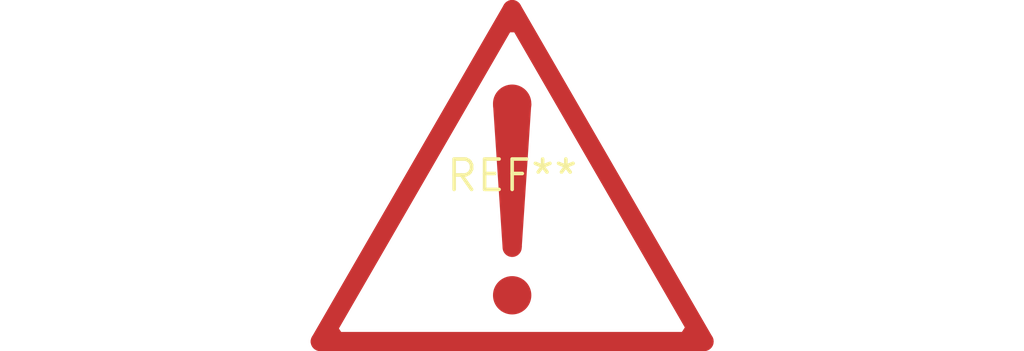
<source format=kicad_pcb>
(kicad_pcb (version 20240108) (generator pcbnew)
  (layers (0 "F.Cu" signal) (31 "B.Cu" signal) (34 "B.Paste" user) (35 "F.Paste" user) (36 "B.SilkS" user "B.Silkscreen") (37 "F.SilkS" user "F.Silkscreen") (38 "B.Mask" user) (39 "F.Mask" user) (44 "Edge.Cuts" user))
  (net 0 "")
  (footprint "Symbol_Attention_Triangle_17x15mm_Copper" (layer "F.Cu") (at 0 0)
    (property "Reference" "REF**")
    (property "Value" "Symbol_Attention_Triangle_17x15mm_Copper")
    (fp_line (start -8 6.93) (end 0 -6.93) (layer "F.Cu") (stroke (width 0.8)))
    (fp_line (start -7.136839 6.704632) (end -7.403161 6.295368) (layer "F.Cu") (stroke (width 0.2)))
    (fp_line (start -0.27 -6.08) (end 0.25 -6.08) (layer "F.Cu") (stroke (width 0.2)))
    (fp_line (start 7.096839 6.684632) (end 7.363161 6.275368) (layer "F.Cu") (stroke (width 0.2)))
    (fp_line (start 8 6.93) (end -8 6.93) (layer "F.Cu") (stroke (width 0.8)))
    (fp_line (start 8 6.93) (end 0 -6.93) (layer "F.Cu") (stroke (width 0.8)))
    (fp_line (start 8 6.93) (end 7.55 6.15) (layer "F.Cu") (stroke (width 0.2)))
    (fp_circle (center 0 -3) (end 0.8 -3) (layer "F.Cu") (fill solid))
    (fp_circle (center 0 3) (end 0.4 3) (layer "F.Cu") (fill solid))
    (fp_circle (center 0 5) (end 0.8 5) (layer "F.Cu") (fill solid))
    (fp_poly (pts (xy -0.4 3) (xy 0.4 3) (xy 0.8 -3) (xy -0.8 -3)) (layer "F.Cu") (fill solid))
  )
)
</source>
